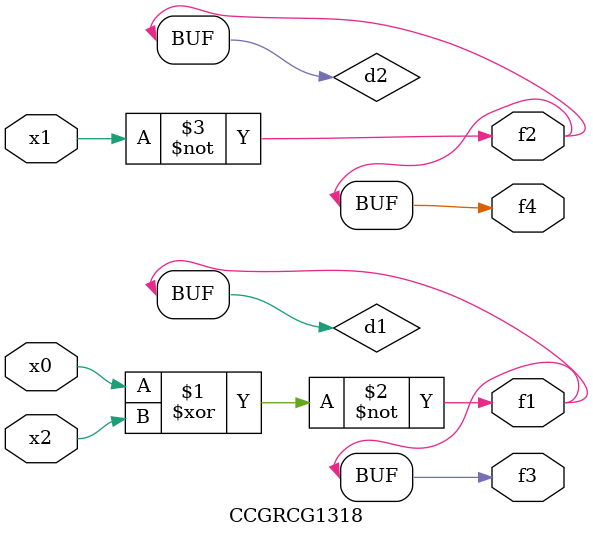
<source format=v>
module CCGRCG1318(
	input x0, x1, x2,
	output f1, f2, f3, f4
);

	wire d1, d2, d3;

	xnor (d1, x0, x2);
	nand (d2, x1);
	nor (d3, x1, x2);
	assign f1 = d1;
	assign f2 = d2;
	assign f3 = d1;
	assign f4 = d2;
endmodule

</source>
